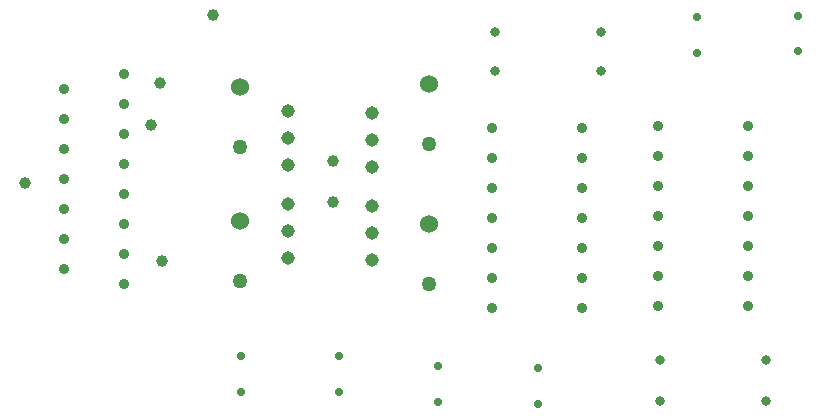
<source format=gbr>
%TF.GenerationSoftware,Altium Limited,Altium Designer,25.8.1 (18)*%
G04 Layer_Color=0*
%FSLAX45Y45*%
%MOMM*%
%TF.SameCoordinates,A03D5229-0D84-416C-82DE-D2F162E989C3*%
%TF.FilePolarity,Positive*%
%TF.FileFunction,Plated,1,2,PTH,Drill*%
%TF.Part,Single*%
G01*
G75*
%TA.AperFunction,ComponentDrill*%
%ADD39C,0.90000*%
%ADD40C,0.70000*%
%ADD41C,1.14300*%
%ADD42C,0.80000*%
%ADD43C,1.27000*%
%ADD44C,1.52400*%
%TA.AperFunction,ViaDrill,NotFilled*%
%ADD45C,1.00000*%
D39*
X7137400Y5626100D02*
D03*
X6629400Y5753100D02*
D03*
X7137400Y5880100D02*
D03*
X6629400Y6007100D02*
D03*
X7137400Y6134100D02*
D03*
X6629400Y6261100D02*
D03*
X7137400Y6388100D02*
D03*
X6629400Y6515100D02*
D03*
X7137400Y6642100D02*
D03*
X6629400Y6769100D02*
D03*
X7137400Y6896100D02*
D03*
X6629400Y7023100D02*
D03*
X7137400Y7150100D02*
D03*
X6629400Y7277100D02*
D03*
X7137400Y7404100D02*
D03*
X11658600Y5435600D02*
D03*
Y5689600D02*
D03*
Y5943600D02*
D03*
Y6197600D02*
D03*
Y6451600D02*
D03*
Y6705600D02*
D03*
Y6959600D02*
D03*
X12420600Y5435600D02*
D03*
Y5689600D02*
D03*
Y5943600D02*
D03*
Y6197600D02*
D03*
Y6451600D02*
D03*
Y6705600D02*
D03*
Y6959600D02*
D03*
X11010899Y6946900D02*
D03*
Y6692900D02*
D03*
Y6438900D02*
D03*
Y6184900D02*
D03*
Y5930900D02*
D03*
Y5676900D02*
D03*
Y5422900D02*
D03*
X10248899Y6946900D02*
D03*
Y6692900D02*
D03*
Y6438900D02*
D03*
Y6184900D02*
D03*
Y5930900D02*
D03*
Y5676900D02*
D03*
Y5422900D02*
D03*
D40*
X9791699Y4927600D02*
D03*
Y4627600D02*
D03*
X11988799Y7581900D02*
D03*
Y7881900D02*
D03*
X10642599Y4910100D02*
D03*
Y4610100D02*
D03*
X12839699Y7594600D02*
D03*
Y7894600D02*
D03*
X8127999Y5011700D02*
D03*
Y4711700D02*
D03*
X8953499Y5011700D02*
D03*
Y4711700D02*
D03*
D41*
X9232900Y5829300D02*
D03*
Y6057900D02*
D03*
Y6286500D02*
D03*
X8521700Y5842000D02*
D03*
Y6070600D02*
D03*
Y6299200D02*
D03*
X9232900Y6616700D02*
D03*
Y6845300D02*
D03*
Y7073900D02*
D03*
X8521700Y6629400D02*
D03*
Y6858000D02*
D03*
Y7086600D02*
D03*
D42*
X12571300Y4635500D02*
D03*
X11671300D02*
D03*
Y4978400D02*
D03*
X12571300D02*
D03*
X11176000Y7429500D02*
D03*
X10276000D02*
D03*
Y7759700D02*
D03*
X11176000D02*
D03*
D43*
X8115300Y5651500D02*
D03*
Y6781800D02*
D03*
X9715500Y6807200D02*
D03*
Y5626100D02*
D03*
D44*
X8115300Y6159500D02*
D03*
Y7289800D02*
D03*
X9715500Y7315200D02*
D03*
Y6134100D02*
D03*
D45*
X7442200Y7327900D02*
D03*
X7886700Y7899400D02*
D03*
X7454900Y5816600D02*
D03*
X6299200Y6477000D02*
D03*
X8904720Y6316751D02*
D03*
X8902700Y6667500D02*
D03*
X7366000Y6972300D02*
D03*
%TF.MD5,fa7c4e94825410218c139425898fe396*%
M02*

</source>
